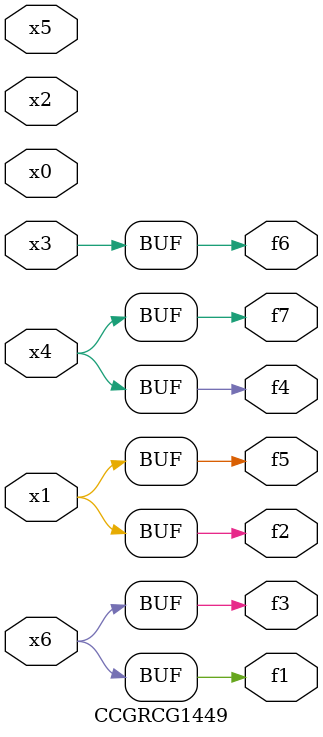
<source format=v>
module CCGRCG1449(
	input x0, x1, x2, x3, x4, x5, x6,
	output f1, f2, f3, f4, f5, f6, f7
);
	assign f1 = x6;
	assign f2 = x1;
	assign f3 = x6;
	assign f4 = x4;
	assign f5 = x1;
	assign f6 = x3;
	assign f7 = x4;
endmodule

</source>
